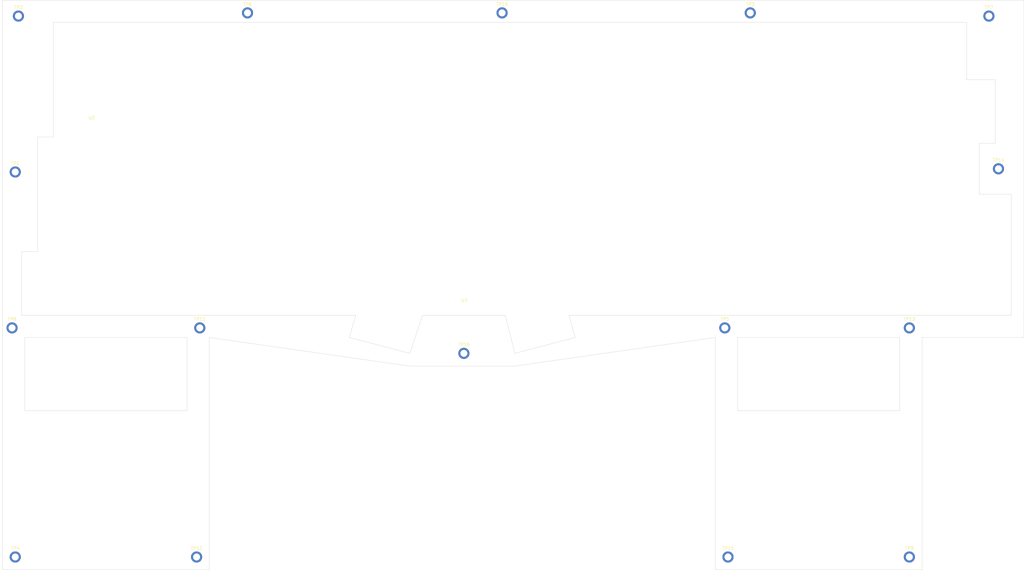
<source format=kicad_pcb>
(kicad_pcb (version 20211014) (generator pcbnew)
  (layers (0 "F.Cu" signal) (31 "B.Cu" signal) (34 "B.Paste" user) (35 "F.Paste" user) (36 "B.SilkS" user "B.Silkscreen") (37 "F.SilkS" user "F.Silkscreen") (38 "B.Mask" user) (39 "F.Mask" user) (44 "Edge.Cuts" user))
  (net 0 "")
  (footprint "kailh:SW_Kailh_Choc_Cutout" (layer "F.Cu") (at 180.5 90)
    (fp_text reference "S50")
    (fp_text value "Switch_Cutout")
  )
  (footprint "MountingHole:MountingHole_2.2mm_M2_ISO7380_Pad" (layer "F.Cu") (at 202 176)
    (fp_text reference "TP15" (at 0 -2.75) (layer "F.SilkS"))
    (fp_text value "TestPoint")
    (pad "1" thru_hole circle (at 0 0) (size 3.5 3.5) (drill 2.2) (layers *.Cu *.Mask))
  )
  (footprint "MountingHole:MountingHole_2.2mm_M2_ISO7380_Pad" (layer "F.Cu") (at 209 5)
    (fp_text reference "TP3" (at 0 -2.75) (layer "F.SilkS"))
    (fp_text value "TestPoint")
    (pad "1" thru_hole circle (at 0 0) (size 3.5 3.5) (drill 2.2) (layers *.Cu *.Mask))
  )
  (footprint "kailh:SW_Kailh_Choc_Cutout" (layer "F.Cu") (at 204.25 54)
    (fp_text reference "S58")
    (fp_text value "Switch_Cutout")
  )
  (footprint "kailh:SW_Kailh_Choc_Cutout" (layer "F.Cu") (at 194.75 72)
    (fp_text reference "S54")
    (fp_text value "Switch_Cutout")
  )
  (footprint "kailh:AdafruitCharliplex" (layer "F.Cu") (at 98 106)
    (fp_text reference "U1" (at 21.203949 -10.703949 unlocked) (layer "F.SilkS"))
    (fp_text value "AdafruitCharli")
  )
  (footprint "kailh:SW_Kailh_Choc_Cutout" (layer "F.Cu") (at 0 72)
    (fp_text reference "S4")
    (fp_text value "Switch_Cutout")
  )
  (footprint "MountingHole:MountingHole_2.2mm_M2_ISO7380_Pad" (layer "F.Cu") (at 201 104)
    (fp_text reference "TP5" (at 0 -2.75) (layer "F.SilkS"))
    (fp_text value "TestPoint")
    (pad "1" thru_hole circle (at 0 0) (size 3.5 3.5) (drill 2.2) (layers *.Cu *.Mask))
  )
  (footprint "kailh:SW_Kailh_Choc_Cutout" (layer "F.Cu") (at 166.25 54)
    (fp_text reference "S48")
    (fp_text value "Switch_Cutout")
  )
  (footprint "MountingHole:MountingHole_2.2mm_M2_ISO7380_Pad" (layer "F.Cu") (at 131 5)
    (fp_text reference "TP10" (at 0 -2.75) (layer "F.SilkS"))
    (fp_text value "TestPoint")
    (pad "1" thru_hole circle (at 0 0) (size 3.5 3.5) (drill 2.2) (layers *.Cu *.Mask))
  )
  (footprint "kailh:SW_Kailh_Choc_Cutout" (layer "F.Cu") (at 209 18)
    (fp_text reference "S56")
    (fp_text value "Switch_Cutout")
  )
  (footprint "MountingHole:MountingHole_2.2mm_M2_ISO7380_Pad" (layer "F.Cu") (at 284 6)
    (fp_text reference "TP7" (at 0 -2.75) (layer "F.SilkS"))
    (fp_text value "TestPoint")
    (pad "1" thru_hole circle (at 0 0) (size 3.5 3.5) (drill 2.2) (layers *.Cu *.Mask))
  )
  (footprint "kailh:SW_Kailh_Choc_Cutout" (layer "F.Cu") (at 123.5 36)
    (fp_text reference "S32")
    (fp_text value "Switch_Cutout")
  )
  (footprint "kailh:SW_Kailh_Choc_Cutout" (layer "F.Cu") (at 33.25 54)
    (fp_text reference "S13")
    (fp_text value "Switch_Cutout")
  )
  (footprint "MountingHole:MountingHole_2.2mm_M2_ISO7380_Pad" (layer "F.Cu") (at 35 176)
    (fp_text reference "TP12" (at 0 -2.75) (layer "F.SilkS"))
    (fp_text value "TestPoint")
    (pad "1" thru_hole circle (at 0 0) (size 3.5 3.5) (drill 2.2) (layers *.Cu *.Mask))
  )
  (footprint "kailh:SW_Kailh_Choc_Cutout" (layer "F.Cu") (at 118.75 72)
    (fp_text reference "S34")
    (fp_text value "Switch_Cutout")
  )
  (footprint "kailh:SW_Kailh_Choc_Cutout" (layer "F.Cu") (at 71.25 54)
    (fp_text reference "S23")
    (fp_text value "Switch_Cutout")
  )
  (footprint "kailh:SW_Kailh_Choc_Cutout" (layer "F.Cu") (at 199.5 90)
    (fp_text reference "S55")
    (fp_text value "Switch_Cutout")
  )
  (footprint "kailh:SW_Kailh_Choc_Cutout" (layer "F.Cu") (at 161.5 36)
    (fp_text reference "S42")
    (fp_text value "Switch_Cutout")
  )
  (footprint "kailh:SW_Kailh_Choc_Cutout" (layer "F.Cu") (at 161.5 90)
    (fp_text reference "S45")
    (fp_text value "Switch_Cutout")
  )
  (footprint "kailh:SW_Kailh_Choc_Cutout" (layer "F.Cu") (at 199.5 36)
    (fp_text reference "S52")
    (fp_text value "Switch_Cutout")
  )
  (footprint "MountingHole:MountingHole_2.2mm_M2_ISO7380_Pad" (layer "F.Cu") (at 287 54)
    (fp_text reference "TP14" (at 0 -2.75) (layer "F.SilkS"))
    (fp_text value "TestPoint")
    (pad "1" thru_hole circle (at 0 0) (size 3.5 3.5) (drill 2.2) (layers *.Cu *.Mask))
  )
  (footprint "kailh:SW_Kailh_Choc_Cutout" (layer "F.Cu") (at 66.5 36)
    (fp_text reference "S17")
    (fp_text value "Switch_Cutout")
  )
  (footprint "kailh:SW_Kailh_Choc_Cutout" (layer "F.Cu") (at 237.5 72)
    (fp_text reference "S64")
    (fp_text value "Switch_Cutout")
  )
  (footprint "kailh:SW_Kailh_Choc_Cutout" (layer "F.Cu") (at 19 18)
    (fp_text reference "S6")
    (fp_text value "Switch_Cutout")
  )
  (footprint "kailh:SW_Kailh_Choc_Cutout" (layer "F.Cu") (at 152 18)
    (fp_text reference "S41")
    (fp_text value "Switch_Cutout")
  )
  (footprint "kailh:SW_Kailh_Choc_Cutout" (layer "F.Cu") (at 85.5 36)
    (fp_text reference "S22")
    (fp_text value "Switch_Cutout")
  )
  (footprint "kailh:SW_Kailh_Choc_Cutout" (layer "F.Cu") (at 180.5 36)
    (fp_text reference "S47")
    (fp_text value "Switch_Cutout")
  )
  (footprint "kailh:SW_Kailh_Choc_Cutout" (layer "F.Cu") (at 47.5 36)
    (fp_text reference "S12")
    (fp_text value "Switch_Cutout")
  )
  (footprint "kailh:SW_Kailh_Choc_Cutout" (layer "F.Cu") (at 118.75 90)
    (fp_text reference "S35")
    (fp_text value "Switch_Cutout")
  )
  (footprint "kailh:SW_Kailh_Choc_Cutout" (layer "F.Cu") (at 270.75 54)
    (fp_text reference "S73")
    (fp_text value "Switch_Cutout")
  )
  (footprint "kailh:SW_Kailh_Choc_Cutout" (layer "F.Cu") (at 95 18)
    (fp_text reference "S26")
    (fp_text value "Switch_Cutout")
  )
  (footprint "kailh:SW_Kailh_Choc_Cutout" (layer "F.Cu") (at 275.5 36)
    (fp_text reference "S72")
    (fp_text value "Switch_Cutout")
  )
  (footprint "kailh:SW_Kailh_Choc_Cutout" (layer "F.Cu") (at 256.5 36)
    (fp_text reference "S67")
    (fp_text value "Switch_Cutout")
  )
  (footprint "kailh:SW_Kailh_Choc_Cutout" (layer "F.Cu") (at 261.25 72)
    (fp_text reference "S69")
    (fp_text value "Switch_Cutout")
  )
  (footprint "kailh:SW_Kailh_Choc_Cutout" (layer "F.Cu") (at 23.75 72)
    (fp_text reference "S9")
    (fp_text value "Switch_Cutout")
  )
  (footprint "kailh:SW_Kailh_Choc_Cutout" (layer "F.Cu") (at 90.25 54)
    (fp_text reference "S28")
    (fp_text value "Switch_Cutout")
  )
  (footprint "kailh:SW_Kailh_Choc_Cutout" (layer "F.Cu") (at 228 18)
    (fp_text reference "S61")
    (fp_text value "Switch_Cutout")
  )
  (footprint "MountingHole:MountingHole_2.2mm_M2_ISO7380_Pad" (layer "F.Cu") (at -22 55)
    (fp_text reference "TP1" (at 0 -2.75) (layer "F.SilkS"))
    (fp_text value "TestPoint")
    (pad "1" thru_hole circle (at 0 0) (size 3.5 3.5) (drill 2.2) (layers *.Cu *.Mask))
  )
  (footprint "kailh:SW_Kailh_Choc_Cutout" (layer "F.Cu") (at 133 18)
    (fp_text reference "S36")
    (fp_text value "Switch_Cutout")
  )
  (footprint "kailh:SW_Kailh_Choc_Cutout" (layer "F.Cu") (at 137.75 72)
    (fp_text reference "S39")
    (fp_text value "Switch_Cutout")
  )
  (footprint "kailh:SW_Kailh_Choc_Cutout" (layer "F.Cu") (at 104.5 36)
    (fp_text reference "S27")
    (fp_text value "Switch_Cutout")
  )
  (footprint "kailh:SW_Kailh_Choc_Cutout" (layer "F.Cu") (at 142.5 36)
    (fp_text reference "S37")
    (fp_text value "Switch_Cutout")
  )
  (footprint "kailh:SW_Kailh_Choc_Cutout" (layer "F.Cu") (at -9.5 90)
    (fp_text reference "S5")
    (fp_text value "Switch_Cutout")
  )
  (footprint "MountingHole:MountingHole_2.2mm_M2_ISO7380_Pad" (layer "F.Cu") (at 51 5)
    (fp_text reference "TP6" (at 0 -2.75) (layer "F.SilkS"))
    (fp_text value "TestPoint")
    (pad "1" thru_hole circle (at 0 0) (size 3.5 3.5) (drill 2.2) (layers *.Cu *.Mask))
  )
  (footprint "kailh:SW_Kailh_Choc_Cutout" (layer "F.Cu") (at 185.25 54)
    (fp_text reference "S53")
    (fp_text value "Switch_Cutout")
  )
  (footprint "MountingHole:MountingHole_2.2mm_M2_ISO7380_Pad" (layer "F.Cu") (at -22 176)
    (fp_text reference "TP4" (at 0 -2.75) (layer "F.SilkS"))
    (fp_text value "TestPoint")
    (pad "1" thru_hole circle (at 0 0) (size 3.5 3.5) (drill 2.2) (layers *.Cu *.Mask))
  )
  (footprint "kailh:SW_Kailh_Choc_Cutout" (layer "F.Cu") (at 218.5 36)
    (fp_text reference "S57")
    (fp_text value "Switch_Cutout")
  )
  (footprint "MountingHole:MountingHole_2.2mm_M2_ISO7380_Pad" (layer "F.Cu") (at -21 6)
    (fp_text reference "TP2" (at 0 -2.75) (layer "F.SilkS"))
    (fp_text value "TestPoint")
    (pad "1" thru_hole circle (at 0 0) (size 3.5 3.5) (drill 2.2) (layers *.Cu *.Mask))
  )
  (footprint "kailh:BlackPill_STLINK" (layer "F.Cu") (at 2 38 90)
    (fp_text reference "U2" (at 0.05 -0.025 180) (layer "F.SilkS"))
    (fp_text value "BlackPill_STLINK")
  )
  (footprint "kailh:SW_Kailh_Choc_Cutout" (layer "F.Cu") (at 175.75 72)
    (fp_text reference "S49")
    (fp_text value "Switch_Cutout")
  )
  (footprint "kailh:SW_Kailh_Choc_Cutout" (layer "F.Cu") (at 147.25 54)
    (fp_text reference "S43")
    (fp_text value "Switch_Cutout")
  )
  (footprint "MountingHole:MountingHole_2.2mm_M2_ISO7380_Pad" (layer "F.Cu") (at 259 176)
    (fp_text reference "TP9" (at 0 -2.75) (layer "F.SilkS"))
    (fp_text value "TestPoint")
    (pad "1" thru_hole circle (at 0 0) (size 3.5 3.5) (drill 2.2) (layers *.Cu *.Mask))
  )
  (footprint "kailh:SW_Kailh_Choc_Cutout" (layer "F.Cu") (at 76 18)
    (fp_text reference "S21")
    (fp_text value "Switch_Cutout")
  )
  (footprint "kailh:SW_Kailh_Choc_Cutout" (layer "F.Cu") (at 261.25 90)
    (fp_text reference "S70")
    (fp_text value "Switch_Cutout")
  )
  (footprint "kailh:SW_Kailh_Choc_Cutout" (layer "F.Cu") (at 280.25 90)
    (fp_text reference "S75")
    (fp_text value "Switch_Cutout")
  )
  (footprint "kailh:SW_Kailh_Choc_Cutout" (layer "F.Cu") (at 38 18)
    (fp_text reference "S11")
    (fp_text value "Switch_Cutout")
  )
  (footprint "kailh:SW_Kailh_Choc_Cutout" (layer "F.Cu") (at 142 99 105)
    (fp_text reference "S40")
    (fp_text value "Switch_Cutout")
  )
  (footprint "MountingHole:MountingHole_2.2mm_M2_ISO7380_Pad" (layer "F.Cu") (at 259 104)
    (fp_text reference "TP13" (at 0 -2.75) (layer "F.SilkS"))
    (fp_text value "TestPoint")
    (pad "1" thru_hole circle (at 0 0) (size 3.5 3.5) (drill 2.2) (layers *.Cu *.Mask))
  )
  (footprint "kailh:SW_Kailh_Choc_Cutout" (layer "F.Cu") (at 171 18)
    (fp_text reference "S46")
    (fp_text value "Switch_Cutout")
  )
  (footprint "kailh:SW_Kailh_Choc_Cutout" (layer "F.Cu") (at 237.5 36)
    (fp_text reference "S62")
    (fp_text value "Switch_Cutout")
  )
  (footprint "kailh:SW_Kailh_Choc_Cutout" (layer "F.Cu") (at 28.5 90)
    (fp_text reference "S15")
    (fp_text value "Switch_Cutout")
  )
  (footprint "kailh:SW_Kailh_Choc_Cutout" (layer "F.Cu") (at 99.75 72)
    (fp_text reference "S29")
    (fp_text value "Switch_Cutout")
  )
  (footprint "kailh:SW_Kailh_Choc_Cutout" (layer "F.Cu") (at 114 18)
    (fp_text reference "S31")
    (fp_text value "Switch_Cutout")
  )
  (footprint "kailh:SW_Kailh_Choc_Cutout" (layer "F.Cu") (at 61.75 72)
    (fp_text reference "S19")
    (fp_text value "Switch_Cutout")
  )
  (footprint "kailh:SW_Kailh_Choc_Cutout" (layer "F.Cu") (at 247 18)
    (fp_text reference "S66")
    (fp_text value "Switch_Cutout")
  )
  (footprint "kailh:SW_Kailh_Choc_Cutout" (layer "F.Cu") (at 213.75 72)
    (fp_text reference "S59")
    (fp_text value "Switch_Cutout")
  )
  (footprint "kailh:SW_Kailh_Choc_Cutout" (layer "F.Cu") (at 71.25 90)
    (fp_text reference "S25")
    (fp_text value "Switch_Cutout")
  )
  (footprint "kailh:SW_Kailh_Choc_Cutout" (layer "F.Cu") (at 280.25 72)
    (fp_text reference "S74")
    (fp_text value "Switch_Cutout")
  )
  (footprint "kailh:SW_Kailh_Choc_Cutout" (layer "F.Cu") (at 218.5 90)
    (fp_text reference "S60")
    (fp_text value "Switch_Cutout")
  )
  (footprint "MountingHole:MountingHole_2.2mm_M2_ISO7380_Pad" (layer "F.Cu") (at -23 104)
    (fp_text reference "TP8" (at 0 -2.75) (layer "F.SilkS"))
    (fp_text value "TestPoint")
    (pad "1" thru_hole circle (at 0 0) (size 3.5 3.5) (drill 2.2) (layers *.Cu *.Mask))
  )
  (footprint "kailh:SW_Kailh_Choc_Cutout" (layer "F.Cu") (at 128.25 54)
    (fp_text reference "S38")
    (fp_text value "Switch_Cutout")
  )
  (footprint "kailh:SW_Kailh_Choc_Cutout" (layer "F.Cu") (at 9.5 90)
    (fp_text reference "S10")
    (fp_text value "Switch_Cutout")
  )
  (footprint "kailh:SW_Kailh_Choc_Cutout" (layer "F.Cu") (at 14.25 54)
    (fp_text reference "S8")
    (fp_text value "Switch_Cutout")
  )
  (footprint "kailh:SW_Kailh_Choc_Cutout" (layer "F.Cu") (at 156.75 72)
    (fp_text reference "S44")
    (fp_text value "Switch_Cutout")
  )
  (footprint "MountingHole:MountingHole_2.2mm_M2_ISO7380_Pad" (layer "F.Cu") (at 36 104)
    (fp_text reference "TP11" (at 0 -2.75) (layer "F.SilkS"))
    (fp_text value "TestPoint")
    (pad "1" thru_hole circle (at 0 0) (size 3.5 3.5) (drill 2.2) (layers *.Cu *.Mask))
  )
  (footprint "kailh:SW_Kailh_Choc_Cutout" (layer "F.Cu") (at 266 18)
    (fp_text reference "S71")
    (fp_text value "Switch_Cutout")
  )
  (footprint "MountingHole:MountingHole_2.2mm_M2_ISO7380_Pad" (layer "F.Cu") (at 119 112)
    (fp_text reference "TP16" (at 0 -2.75) (layer "F.SilkS"))
    (fp_text value "TestPoint")
    (pad "1" thru_hole circle (at 0 0) (size 3.5 3.5) (drill 2.2) (layers *.Cu *.Mask))
  )
  (footprint "kailh:SW_Kailh_Choc_Cutout" (layer "F.Cu") (at 190 18)
    (fp_text reference "S51")
    (fp_text value "Switch_Cutout")
  )
  (footprint "kailh:SW_Kailh_Choc_Cutout" (layer "F.Cu") (at 57 18)
    (fp_text reference "S16")
    (fp_text value "Switch_Cutout")
  )
  (footprint "kailh:SW_Kailh_Choc_Cutout" (layer "F.Cu") (at 223.25 54)
    (fp_text reference "S63")
    (fp_text value "Switch_Cutout")
  )
  (footprint "kailh:SW_Kailh_Choc_Cutout" (layer "F.Cu") (at 0 18)
    (fp_text reference "S1")
    (fp_text value "Switch_Cutout")
  )
  (footprint "kailh:SW_Kailh_Choc_Cutout" (layer "F.Cu") (at 80.75 72)
    (fp_text reference "S24")
    (fp_text value "Switch_Cutout")
  )
  (footprint "kailh:SW_Kailh_Choc_Cutout" (layer "F.Cu") (at 52.25 54)
    (fp_text reference "S18")
    (fp_text value "Switch_Cutout")
  )
  (footprint "kailh:SW_Kailh_Choc_Cutout" (layer "F.Cu") (at 242.25 90)
    (fp_text reference "S65")
    (fp_text value "Switch_Cutout")
  )
  (footprint "kailh:SW_Kailh_Choc_Cutout" (layer "F.Cu") (at 47.5 90)
    (fp_text reference "S20")
    (fp_text value "Switch_Cutout")
  )
  (footprint "kailh:SW_Kailh_Choc_Cutout" (layer "F.Cu") (at 4.75 36)
    (fp_text reference "S2")
    (fp_text value "Switch_Cutout")
  )
  (footprint "kailh:SW_Kailh_Choc_Cutout" (layer "F.Cu") (at 109.25 54)
    (fp_text reference "S33")
    (fp_text value "Switch_Cutout")
  )
  (footprint "kailh:SW_Kailh_Choc_Cutout" (layer "F.Cu") (at 95.5 99 -105)
    (fp_text reference "S30")
    (fp_text value "Switch_Cutout")
  )
  (footprint "kailh:SW_Kailh_Choc_Cutout" (layer "F.Cu") (at -4.75 54)
    (fp_text reference "S3")
    (fp_text value "Switch_Cutout")
  )
  (footprint "kailh:SW_Kailh_Choc_Cutout" (layer "F.Cu") (at 28.5 36)
    (fp_text reference "S7")
    (fp_text value "Switch_Cutout")
  )
  (footprint "kailh:SW_Kailh_Choc_Cutout" (layer "F.Cu") (at 247 54)
    (fp_text reference "S68")
    (fp_text value "Switch_Cutout")
  )
  (footprint "kailh:SW_Kailh_Choc_Cutout" (layer "F.Cu") (at 42.75 72)
    (fp_text reference "S14")
    (fp_text value "Switch_Cutout")
  )
  (gr_line (start 277 8) (end 277 26) (layer "Edge.Cuts") (width 0.1))
  (gr_line (start 258 180) (end 263 180) (layer "Edge.Cuts") (width 0.1))
  (gr_rect (start 205 107) (end 256 130) (layer "Edge.Cuts") (width 0.1) (fill none))
  (gr_line (start -15 80) (end -15 44) (layer "Edge.Cuts") (width 0.1))
  (gr_line (start 291 62) (end 291 100) (layer "Edge.Cuts") (width 0.1))
  (gr_line (start 282 46) (end 281 46) (layer "Edge.Cuts") (width 0.1))
  (gr_line (start -26 180) (end 39 180) (layer "Edge.Cuts") (width 0.1))
  (gr_line (start 39 180) (end 39 122) (layer "Edge.Cuts") (width 0.1))
  (gr_line (start -26 1) (end -26 100) (layer "Edge.Cuts") (width 0.1))
  (gr_line (start 39 107) (end 39 122) (layer "Edge.Cuts") (width 0.1))
  (gr_line (start 198 180) (end 258 180) (layer "Edge.Cuts") (width 0.1))
  (gr_line (start 132 100) (end 106 100) (layer "Edge.Cuts") (width 0.1))
  (gr_line (start 277 8) (end -10 8) (layer "Edge.Cuts") (width 0.1))
  (gr_line (start 281 46) (end 281 62) (layer "Edge.Cuts") (width 0.1))
  (gr_line (start 291 100) (end 153 100) (layer "Edge.Cuts") (width 0.1))
  (gr_line (start 153 100) (end 152 100) (layer "Edge.Cuts") (width 0.1))
  (gr_line (start 154 107) (end 135 112) (layer "Edge.Cuts") (width 0.1))
  (gr_line (start -20 80) (end -15 80) (layer "Edge.Cuts") (width 0.1))
  (gr_line (start 286 26) (end 286 46) (layer "Edge.Cuts") (width 0.1))
  (gr_line (start -20 100) (end -20 80) (layer "Edge.Cuts") (width 0.1))
  (gr_line (start -26 1) (end 295 1) (layer "Edge.Cuts") (width 0.1))
  (gr_line (start 135 112) (end 132 100) (layer "Edge.Cuts") (width 0.1))
  (gr_line (start 198 125) (end 198 150) (layer "Edge.Cuts") (width 0.1))
  (gr_line (start 152 100) (end 154 107) (layer "Edge.Cuts") (width 0.1))
  (gr_line (start 198 107) (end 198 125) (layer "Edge.Cuts") (width 0.1))
  (gr_line (start 198 150) (end 198 180) (layer "Edge.Cuts") (width 0.1))
  (gr_line (start 102 116) (end 39 107) (layer "Edge.Cuts") (width 0.1))
  (gr_line (start 295 1) (end 295 100) (layer "Edge.Cuts") (width 0.1))
  (gr_line (start 286 46) (end 282 46) (layer "Edge.Cuts") (width 0.1))
  (gr_line (start -10 44) (end -10 8) (layer "Edge.Cuts") (width 0.1))
  (gr_line (start 282 62) (end 291 62) (layer "Edge.Cuts") (width 0.1))
  (gr_rect (start 32 107) (end -19 130) (layer "Edge.Cuts") (width 0.1) (fill none))
  (gr_line (start 135 116) (end 198 107) (layer "Edge.Cuts") (width 0.1))
  (gr_line (start 277 26) (end 286 26) (layer "Edge.Cuts") (width 0.1))
  (gr_line (start 263 180) (end 263 107) (layer "Edge.Cuts") (width 0.1))
  (gr_line (start 106 100) (end 102 112) (layer "Edge.Cuts") (width 0.1))
  (gr_line (start -26 180) (end -26 100) (layer "Edge.Cuts") (width 0.1))
  (gr_line (start 102 116) (end 135 116) (layer "Edge.Cuts") (width 0.1))
  (gr_line (start -15 44) (end -10 44) (layer "Edge.Cuts") (width 0.1))
  (gr_line (start 295 107) (end 295 100) (layer "Edge.Cuts") (width 0.1))
  (gr_line (start 281 62) (end 282 62) (layer "Edge.Cuts") (width 0.1))
  (gr_line (start 85 100) (end -20 100) (layer "Edge.Cuts") (width 0.1))
  (gr_line (start 263 107) (end 295 107) (layer "Edge.Cuts") (width 0.1))
  (gr_line (start 102 112) (end 83 107) (layer "Edge.Cuts") (width 0.1))
  (gr_line (start 83 107) (end 85 100) (layer "Edge.Cuts") (width 0.1))
)
</source>
